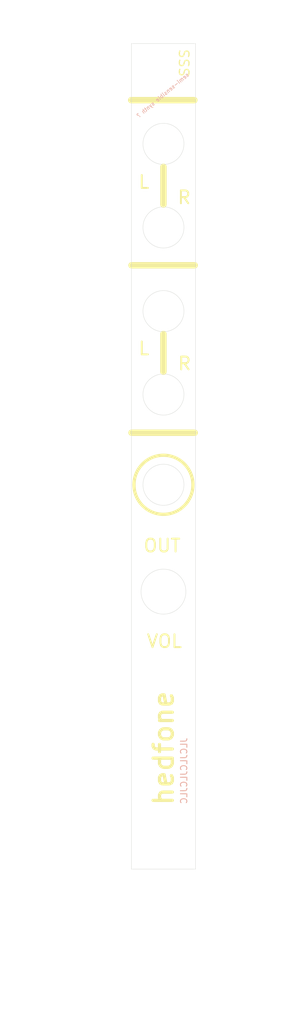
<source format=kicad_pcb>
(kicad_pcb (version 20221018) (generator pcbnew)
  (layers (0 "F.Cu" signal) (31 "B.Cu" signal) (34 "B.Paste" user) (35 "F.Paste" user) (36 "B.SilkS" user "B.Silkscreen") (37 "F.SilkS" user "F.Silkscreen") (38 "B.Mask" user) (39 "F.Mask" user) (44 "Edge.Cuts" user))
  (net 0 "")
  (footprint "MountingHole:MountingHole_3.2mm_M3" (layer "F.Cu") (at -10.4816 116.25)
    (fp_text reference "M3 Screw")
    (fp_text value "MountingHole_3.2mm_M3")
    (pad "" np_thru_hole circle locked (at 0 0) (size 3.2 3.2) (drill 3.2) (layers "*.Cu" "*.Mask"))
  )
  (footprint "MountingHole:MountingHole_3.2mm_M3" (layer "F.Cu") (at -10.4816 -6.25)
    (fp_text reference "M3 screw")
    (fp_text value locked "MountingHole_3.2mm_M3")
    (pad "" np_thru_hole circle locked (at 0 0) (size 3.2 3.2) (drill 3.2) (layers "*.Cu" "*.Mask"))
  )
  (gr_line (start -3.1496 51.326) (end -13.0048 51.326) (stroke (width 1)) (layer "F.SilkS"))
  (gr_line (start -3.1496 25.2656) (end -13.0048 25.2656) (stroke (width 1)) (layer "F.SilkS"))
  (gr_circle (center -8.0216 59.429) (end -3.4216 59.429) (stroke (width 0.5)) (fill none) (layer "F.SilkS"))
  (gr_line (start -3.2004 -0.4392) (end -13.0556 -0.4392) (stroke (width 1)) (layer "F.SilkS"))
  (gr_line (start -8.03 41.83) (end -8.03 35.96) (stroke (width 1)) (layer "F.SilkS"))
  (gr_line (start -8.0264 15.8054) (end -8.0264 9.9354) (stroke (width 1)) (layer "F.SilkS"))
  (gr_circle locked (center -8.0216 59.429) (end -4.8216 59.429) (stroke (width 0.05)) (fill none) (layer "Edge.Cuts"))
  (gr_circle (center -8.0216 76.0604) (end -4.5216 76.0604) (stroke (width 0.05)) (fill none) (layer "Edge.Cuts"))
  (gr_circle locked (center -8.0216 6.368) (end -4.8216 6.368) (stroke (width 0.05)) (fill none) (layer "Edge.Cuts"))
  (gr_circle locked (center -8.0216 32.403) (end -4.8216 32.403) (stroke (width 0.05)) (fill none) (layer "Edge.Cuts"))
  (gr_line locked (start -13.0216 -9.25) (end -3.0216 -9.25) (stroke (width 0.05)) (layer "Edge.Cuts"))
  (gr_line locked (start -13.0216 -9.25) (end -13.0216 119.25) (stroke (width 0.05)) (layer "Edge.Cuts"))
  (gr_line (start -3.0216 -9.25) (end -3.0216 119.25) (stroke (width 0.05)) (layer "Edge.Cuts"))
  (gr_circle locked (center -8.0216 19.3732) (end -4.8216 19.3732) (stroke (width 0.05)) (fill none) (layer "Edge.Cuts"))
  (gr_line locked (start -13.0216 119.25) (end -3.0216 119.25) (stroke (width 0.05)) (layer "Edge.Cuts"))
  (gr_circle locked (center -8.0216 45.3828) (end -4.8216 45.3828) (stroke (width 0.05)) (fill none) (layer "Edge.Cuts"))
  (gr_text "semi-sensible synth ?" (at -8.128 -1.2012 40) (layer "B.SilkS") (effects (font (size 0.6 0.6) (thickness 0.1)) (justify mirror)))
  (gr_text "JLCJLCJLCJLC" (at -4.826 103.9548 90) (layer "B.SilkS") (effects (font (size 1 1)) (justify mirror)))
  (gr_text "SSS" (at -4.7244 -6.2304 90) (layer "F.SilkS") (effects (font (size 1.5 1.5) (thickness 0.2))))
  (gr_text "L" (at -11.0744 12.3116) (layer "F.SilkS") (effects (font (size 2 2) (thickness 0.3))))
  (gr_text "R" (at -4.7244 40.5564) (layer "F.SilkS") (effects (font (size 2 2) (thickness 0.3))))
  (gr_text "L" (at -11.0744 38.2196) (layer "F.SilkS") (effects (font (size 2 2) (thickness 0.3))))
  (gr_text "VOL" (at -7.874 83.7872) (layer "F.SilkS") (effects (font (size 2 2) (thickness 0.3))))
  (gr_text "hedfone" (at -8 109.5936 90) (layer "F.SilkS") (effects (font (size 3 3) (thickness 0.5)) (justify left)))
  (gr_text "R" (at -4.7752 14.6992) (layer "F.SilkS") (effects (font (size 2 2) (thickness 0.3))))
  (gr_text "OUT" (at -8.2296 68.9028) (layer "F.SilkS") (effects (font (size 2 2) (thickness 0.3))))
)
</source>
